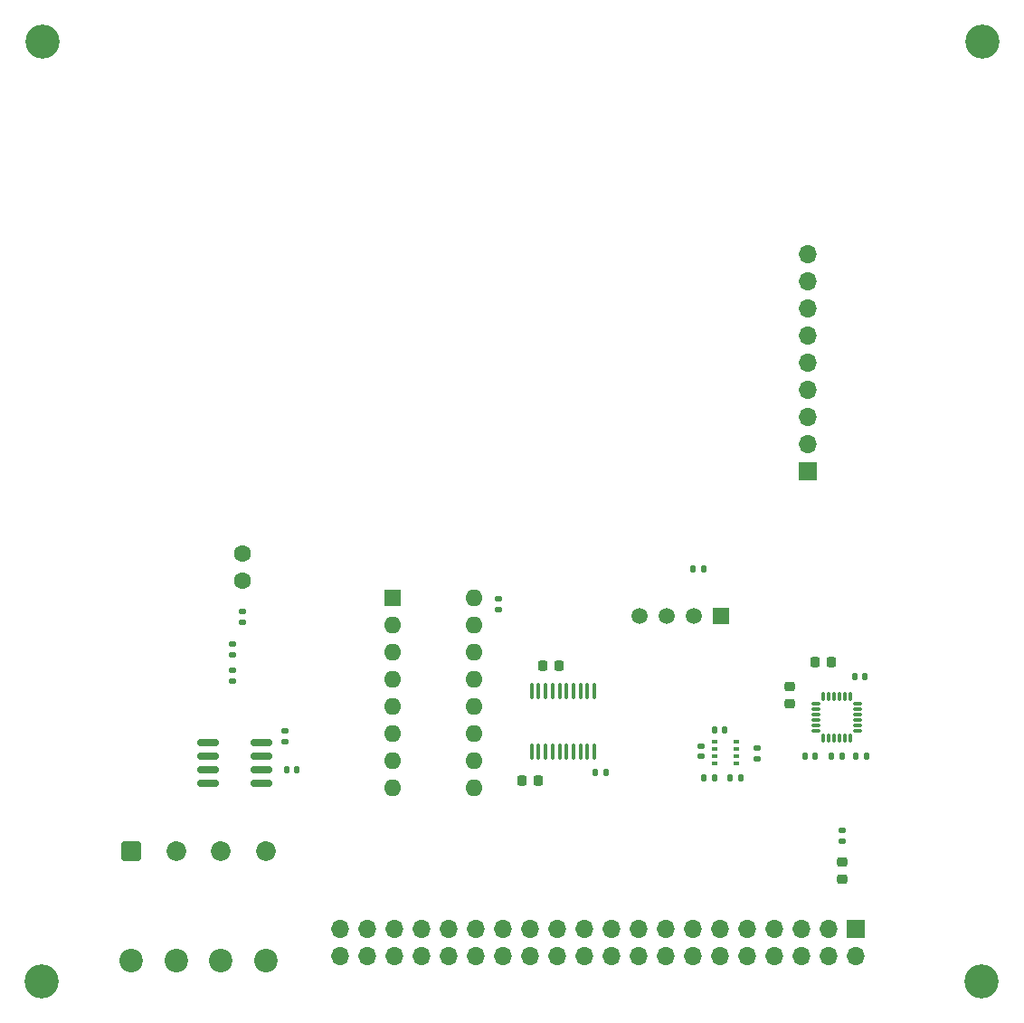
<source format=gbr>
%TF.GenerationSoftware,KiCad,Pcbnew,(6.0.7)*%
%TF.CreationDate,2023-01-28T09:17:52+03:00*%
%TF.ProjectId,Omarichet Sensor Shield 1.2,4f6d6172-6963-4686-9574-2053656e736f,rev?*%
%TF.SameCoordinates,Original*%
%TF.FileFunction,Soldermask,Top*%
%TF.FilePolarity,Negative*%
%FSLAX46Y46*%
G04 Gerber Fmt 4.6, Leading zero omitted, Abs format (unit mm)*
G04 Created by KiCad (PCBNEW (6.0.7)) date 2023-01-28 09:17:52*
%MOMM*%
%LPD*%
G01*
G04 APERTURE LIST*
G04 Aperture macros list*
%AMRoundRect*
0 Rectangle with rounded corners*
0 $1 Rounding radius*
0 $2 $3 $4 $5 $6 $7 $8 $9 X,Y pos of 4 corners*
0 Add a 4 corners polygon primitive as box body*
4,1,4,$2,$3,$4,$5,$6,$7,$8,$9,$2,$3,0*
0 Add four circle primitives for the rounded corners*
1,1,$1+$1,$2,$3*
1,1,$1+$1,$4,$5*
1,1,$1+$1,$6,$7*
1,1,$1+$1,$8,$9*
0 Add four rect primitives between the rounded corners*
20,1,$1+$1,$2,$3,$4,$5,0*
20,1,$1+$1,$4,$5,$6,$7,0*
20,1,$1+$1,$6,$7,$8,$9,0*
20,1,$1+$1,$8,$9,$2,$3,0*%
G04 Aperture macros list end*
%ADD10R,1.500000X1.500000*%
%ADD11C,1.500000*%
%ADD12RoundRect,0.135000X-0.185000X0.135000X-0.185000X-0.135000X0.185000X-0.135000X0.185000X0.135000X0*%
%ADD13C,3.200000*%
%ADD14RoundRect,0.150000X-0.825000X-0.150000X0.825000X-0.150000X0.825000X0.150000X-0.825000X0.150000X0*%
%ADD15RoundRect,0.135000X-0.135000X-0.185000X0.135000X-0.185000X0.135000X0.185000X-0.135000X0.185000X0*%
%ADD16RoundRect,0.135000X0.185000X-0.135000X0.185000X0.135000X-0.185000X0.135000X-0.185000X-0.135000X0*%
%ADD17RoundRect,0.140000X-0.170000X0.140000X-0.170000X-0.140000X0.170000X-0.140000X0.170000X0.140000X0*%
%ADD18RoundRect,0.140000X0.170000X-0.140000X0.170000X0.140000X-0.170000X0.140000X-0.170000X-0.140000X0*%
%ADD19RoundRect,0.135000X0.135000X0.185000X-0.135000X0.185000X-0.135000X-0.185000X0.135000X-0.185000X0*%
%ADD20RoundRect,0.225000X-0.225000X-0.250000X0.225000X-0.250000X0.225000X0.250000X-0.225000X0.250000X0*%
%ADD21R,0.500000X0.350000*%
%ADD22R,1.700000X1.700000*%
%ADD23O,1.700000X1.700000*%
%ADD24RoundRect,0.140000X0.140000X0.170000X-0.140000X0.170000X-0.140000X-0.170000X0.140000X-0.170000X0*%
%ADD25C,1.600000*%
%ADD26RoundRect,0.140000X-0.140000X-0.170000X0.140000X-0.170000X0.140000X0.170000X-0.140000X0.170000X0*%
%ADD27R,1.600000X1.600000*%
%ADD28O,1.600000X1.600000*%
%ADD29RoundRect,0.075000X0.350000X0.075000X-0.350000X0.075000X-0.350000X-0.075000X0.350000X-0.075000X0*%
%ADD30RoundRect,0.075000X-0.075000X0.350000X-0.075000X-0.350000X0.075000X-0.350000X0.075000X0.350000X0*%
%ADD31RoundRect,0.225000X0.250000X-0.225000X0.250000X0.225000X-0.250000X0.225000X-0.250000X-0.225000X0*%
%ADD32C,2.200000*%
%ADD33RoundRect,0.250000X-0.675000X-0.675000X0.675000X-0.675000X0.675000X0.675000X-0.675000X0.675000X0*%
%ADD34C,1.850000*%
%ADD35RoundRect,0.100000X0.100000X-0.637500X0.100000X0.637500X-0.100000X0.637500X-0.100000X-0.637500X0*%
%ADD36RoundRect,0.218750X-0.256250X0.218750X-0.256250X-0.218750X0.256250X-0.218750X0.256250X0.218750X0*%
G04 APERTURE END LIST*
D10*
%TO.C,U4*%
X154660000Y-108680000D03*
D11*
X152120000Y-108680000D03*
X149580000Y-108680000D03*
X147040000Y-108680000D03*
%TD*%
D12*
%TO.C,R8*%
X166000000Y-128767500D03*
X166000000Y-129787500D03*
%TD*%
D13*
%TO.C,H1*%
X91100000Y-142900000D03*
%TD*%
D14*
%TO.C,U1*%
X106725000Y-120515000D03*
X106725000Y-121785000D03*
X106725000Y-123055000D03*
X106725000Y-124325000D03*
X111675000Y-124325000D03*
X111675000Y-123055000D03*
X111675000Y-121785000D03*
X111675000Y-120515000D03*
%TD*%
D15*
%TO.C,R9*%
X152087500Y-104302500D03*
X153107500Y-104302500D03*
%TD*%
D16*
%TO.C,R11*%
X109900000Y-109310000D03*
X109900000Y-108290000D03*
%TD*%
%TO.C,R7*%
X109000000Y-114810000D03*
X109000000Y-113790000D03*
%TD*%
D13*
%TO.C,H4*%
X179200000Y-54900000D03*
%TD*%
D15*
%TO.C,R12*%
X142890000Y-123300000D03*
X143910000Y-123300000D03*
%TD*%
D17*
%TO.C,C2*%
X152815000Y-120835000D03*
X152815000Y-121795000D03*
%TD*%
D18*
%TO.C,C1*%
X113900000Y-120410000D03*
X113900000Y-119450000D03*
%TD*%
D17*
%TO.C,C11*%
X133910000Y-107090000D03*
X133910000Y-108050000D03*
%TD*%
D19*
%TO.C,R3*%
X154085000Y-123815000D03*
X153065000Y-123815000D03*
%TD*%
D15*
%TO.C,R5*%
X155565000Y-123825000D03*
X156585000Y-123825000D03*
%TD*%
D20*
%TO.C,C9*%
X136050000Y-124110000D03*
X137600000Y-124110000D03*
%TD*%
D21*
%TO.C,U2*%
X156150000Y-120490000D03*
X156150000Y-121140000D03*
X156150000Y-121790000D03*
X156150000Y-122440000D03*
X154100000Y-122440000D03*
X154100000Y-121790000D03*
X154100000Y-121140000D03*
X154100000Y-120490000D03*
%TD*%
D20*
%TO.C,C10*%
X137990000Y-113300000D03*
X139540000Y-113300000D03*
%TD*%
D13*
%TO.C,H2*%
X91200000Y-54900000D03*
%TD*%
D22*
%TO.C,J1*%
X162850000Y-95140000D03*
D23*
X162850000Y-92600000D03*
X162850000Y-90060000D03*
X162850000Y-87520000D03*
X162850000Y-84980000D03*
X162850000Y-82440000D03*
X162850000Y-79900000D03*
X162850000Y-77360000D03*
X162850000Y-74820000D03*
%TD*%
D20*
%TO.C,C7*%
X163475000Y-112970000D03*
X165025000Y-112970000D03*
%TD*%
D24*
%TO.C,C8*%
X163525000Y-121815000D03*
X162565000Y-121815000D03*
%TD*%
D25*
%TO.C,R10*%
X109910000Y-102870000D03*
X109910000Y-105410000D03*
%TD*%
D26*
%TO.C,C4*%
X154105000Y-119315000D03*
X155065000Y-119315000D03*
%TD*%
D19*
%TO.C,R2*%
X166075000Y-121815000D03*
X165055000Y-121815000D03*
%TD*%
D27*
%TO.C,U6*%
X124000000Y-106965000D03*
D28*
X124000000Y-109505000D03*
X124000000Y-112045000D03*
X124000000Y-114585000D03*
X124000000Y-117125000D03*
X124000000Y-119665000D03*
X124000000Y-122205000D03*
X124000000Y-124745000D03*
X131620000Y-124745000D03*
X131620000Y-122205000D03*
X131620000Y-119665000D03*
X131620000Y-117125000D03*
X131620000Y-114585000D03*
X131620000Y-112045000D03*
X131620000Y-109505000D03*
X131620000Y-106965000D03*
%TD*%
D12*
%TO.C,R4*%
X158065000Y-121045000D03*
X158065000Y-122065000D03*
%TD*%
D29*
%TO.C,U3*%
X167505000Y-119395000D03*
X167505000Y-118895000D03*
X167505000Y-118395000D03*
X167505000Y-117895000D03*
X167505000Y-117395000D03*
X167505000Y-116895000D03*
D30*
X166805000Y-116195000D03*
X166305000Y-116195000D03*
X165805000Y-116195000D03*
X165305000Y-116195000D03*
X164805000Y-116195000D03*
X164305000Y-116195000D03*
D29*
X163605000Y-116895000D03*
X163605000Y-117395000D03*
X163605000Y-117895000D03*
X163605000Y-118395000D03*
X163605000Y-118895000D03*
X163605000Y-119395000D03*
D30*
X164305000Y-120095000D03*
X164805000Y-120095000D03*
X165305000Y-120095000D03*
X165805000Y-120095000D03*
X166305000Y-120095000D03*
X166805000Y-120095000D03*
%TD*%
D31*
%TO.C,C6*%
X161135000Y-116865000D03*
X161135000Y-115315000D03*
%TD*%
D32*
%TO.C,J2*%
X99500000Y-140910000D03*
X112100000Y-140910000D03*
X103700000Y-140910000D03*
X107900000Y-140910000D03*
D33*
X99500000Y-130710000D03*
D34*
X103700000Y-130710000D03*
X107900000Y-130710000D03*
X112100000Y-130710000D03*
%TD*%
D24*
%TO.C,C3*%
X168165000Y-114365000D03*
X167205000Y-114365000D03*
%TD*%
D35*
%TO.C,U5*%
X136985000Y-121412500D03*
X137635000Y-121412500D03*
X138285000Y-121412500D03*
X138935000Y-121412500D03*
X139585000Y-121412500D03*
X140235000Y-121412500D03*
X140885000Y-121412500D03*
X141535000Y-121412500D03*
X142185000Y-121412500D03*
X142835000Y-121412500D03*
X142835000Y-115687500D03*
X142185000Y-115687500D03*
X141535000Y-115687500D03*
X140885000Y-115687500D03*
X140235000Y-115687500D03*
X139585000Y-115687500D03*
X138935000Y-115687500D03*
X138285000Y-115687500D03*
X137635000Y-115687500D03*
X136985000Y-115687500D03*
%TD*%
D16*
%TO.C,R6*%
X109000000Y-112300000D03*
X109000000Y-111280000D03*
%TD*%
D15*
%TO.C,R1*%
X167295000Y-121815000D03*
X168315000Y-121815000D03*
%TD*%
D24*
%TO.C,C5*%
X115010000Y-123080000D03*
X114050000Y-123080000D03*
%TD*%
D13*
%TO.C,H3*%
X179100000Y-142850000D03*
%TD*%
D36*
%TO.C,D1*%
X166000000Y-131712500D03*
X166000000Y-133287500D03*
%TD*%
D22*
%TO.C,J3*%
X167300000Y-138010000D03*
D23*
X167300000Y-140550000D03*
X164760000Y-138010000D03*
X164760000Y-140550000D03*
X162220000Y-138010000D03*
X162220000Y-140550000D03*
X159680000Y-138010000D03*
X159680000Y-140550000D03*
X157140000Y-138010000D03*
X157140000Y-140550000D03*
X154600000Y-138010000D03*
X154600000Y-140550000D03*
X152060000Y-138010000D03*
X152060000Y-140550000D03*
X149520000Y-138010000D03*
X149520000Y-140550000D03*
X146980000Y-138010000D03*
X146980000Y-140550000D03*
X144440000Y-138010000D03*
X144440000Y-140550000D03*
X141900000Y-138010000D03*
X141900000Y-140550000D03*
X139360000Y-138010000D03*
X139360000Y-140550000D03*
X136820000Y-138010000D03*
X136820000Y-140550000D03*
X134280000Y-138010000D03*
X134280000Y-140550000D03*
X131740000Y-138010000D03*
X131740000Y-140550000D03*
X129200000Y-138010000D03*
X129200000Y-140550000D03*
X126660000Y-138010000D03*
X126660000Y-140550000D03*
X124120000Y-138010000D03*
X124120000Y-140550000D03*
X121580000Y-138010000D03*
X121580000Y-140550000D03*
X119040000Y-138010000D03*
X119040000Y-140550000D03*
%TD*%
M02*

</source>
